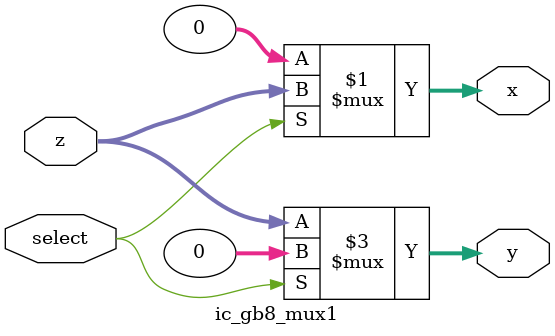
<source format=v>
module ic_gb8_mux1 (
			select,
			z,
			x,	// select = 1
			y	// select = 0
		);

input 			select;
input	[31:0]	z;
output	[31:0] 	x,
				y;
				
assign x = (select) ? z  : 32'h0;
assign y = (~select) ? z : 32'h0;
		
endmodule

</source>
